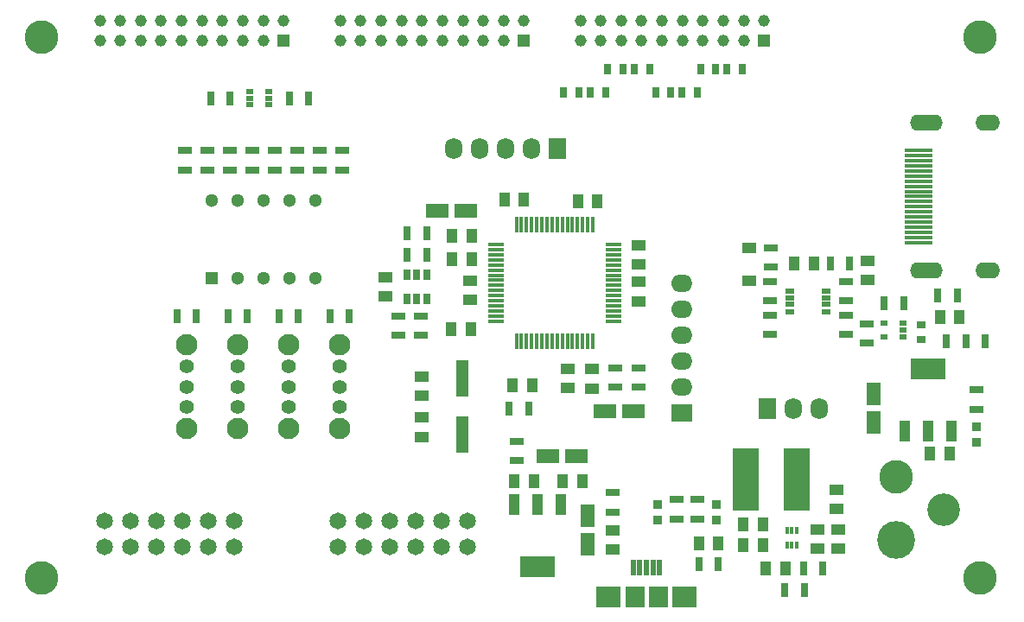
<source format=gts>
G04*
G04 #@! TF.GenerationSoftware,Altium Limited,Altium Designer,25.2.1 (25)*
G04*
G04 Layer_Color=8388736*
%FSLAX25Y25*%
%MOIN*%
G70*
G04*
G04 #@! TF.SameCoordinates,382838D2-828E-4769-9F82-A9EE904C746A*
G04*
G04*
G04 #@! TF.FilePolarity,Negative*
G04*
G01*
G75*
%ADD42R,0.02756X0.03937*%
%ADD43R,0.05512X0.03937*%
%ADD44R,0.09843X0.24016*%
%ADD45R,0.05118X0.14173*%
%ADD46R,0.04134X0.07874*%
%ADD47R,0.13189X0.07874*%
%ADD48R,0.01575X0.03032*%
%ADD49R,0.02756X0.02047*%
%ADD50R,0.03150X0.04331*%
%ADD51R,0.06201X0.01575*%
%ADD52R,0.01575X0.06201*%
%ADD53R,0.03543X0.02756*%
%ADD54R,0.03150X0.05512*%
%ADD55R,0.05512X0.03150*%
%ADD56R,0.03543X0.03543*%
%ADD57R,0.03543X0.03543*%
%ADD58R,0.10630X0.01496*%
%ADD59R,0.01968X0.05906*%
%ADD60R,0.09449X0.07874*%
%ADD61R,0.07480X0.07874*%
%ADD62R,0.05197X0.03976*%
%ADD63R,0.05709X0.09055*%
%ADD64R,0.03937X0.05512*%
%ADD65R,0.09055X0.05709*%
%ADD66R,0.03740X0.02362*%
%ADD67R,0.03740X0.01968*%
%ADD68C,0.05512*%
%ADD69C,0.08268*%
%ADD70C,0.14567*%
%ADD71C,0.12992*%
%ADD72C,0.12598*%
%ADD73C,0.04528*%
%ADD74R,0.04528X0.04528*%
%ADD75O,0.06693X0.08268*%
%ADD76R,0.06693X0.08268*%
%ADD77O,0.12598X0.06299*%
%ADD78O,0.09449X0.06299*%
%ADD79C,0.06496*%
%ADD80O,0.08268X0.06693*%
%ADD81R,0.08268X0.06693*%
%ADD82C,0.05118*%
%ADD83R,0.05118X0.05118*%
D42*
X217323Y203150D02*
D03*
X223228D02*
D03*
X233465D02*
D03*
X227559D02*
D03*
X234252Y212205D02*
D03*
X240158D02*
D03*
X250394D02*
D03*
X244488D02*
D03*
X252756Y203150D02*
D03*
X258661D02*
D03*
X268898D02*
D03*
X262992D02*
D03*
X270079Y212205D02*
D03*
X275984D02*
D03*
X286221D02*
D03*
X280315D02*
D03*
D43*
X148524Y131949D02*
D03*
Y124469D02*
D03*
X315158Y34606D02*
D03*
Y27126D02*
D03*
X323031Y34606D02*
D03*
Y27126D02*
D03*
X236024Y34213D02*
D03*
Y26732D02*
D03*
X246161Y122500D02*
D03*
Y129980D02*
D03*
Y144153D02*
D03*
Y136673D02*
D03*
X181201Y130571D02*
D03*
Y123091D02*
D03*
X228051Y96319D02*
D03*
Y88839D02*
D03*
X322638Y42480D02*
D03*
Y49961D02*
D03*
X334449Y138150D02*
D03*
Y130669D02*
D03*
X162402Y77756D02*
D03*
Y70276D02*
D03*
Y86024D02*
D03*
Y93504D02*
D03*
X218996Y96516D02*
D03*
Y89035D02*
D03*
D44*
X307283Y53701D02*
D03*
X287598D02*
D03*
D45*
X178150Y71063D02*
D03*
Y92716D02*
D03*
D46*
X348721Y72500D02*
D03*
X357776D02*
D03*
X366831D02*
D03*
X216339Y44153D02*
D03*
X207283D02*
D03*
X198228D02*
D03*
D47*
X357776Y96516D02*
D03*
X207283Y20138D02*
D03*
D48*
X303346Y28346D02*
D03*
X305315D02*
D03*
X307283D02*
D03*
X303346Y34173D02*
D03*
X305315D02*
D03*
X307283D02*
D03*
D49*
X340846Y114035D02*
D03*
Y108917D02*
D03*
X348327Y114035D02*
D03*
Y111476D02*
D03*
Y108917D02*
D03*
X96063Y203504D02*
D03*
Y200945D02*
D03*
Y198386D02*
D03*
X103543Y203504D02*
D03*
Y200945D02*
D03*
Y198386D02*
D03*
D50*
X156890Y123386D02*
D03*
X160630D02*
D03*
X164370D02*
D03*
X156890Y132835D02*
D03*
X160630D02*
D03*
X164370D02*
D03*
D51*
X191189Y114921D02*
D03*
Y116890D02*
D03*
Y118858D02*
D03*
Y120827D02*
D03*
Y122795D02*
D03*
Y124764D02*
D03*
Y126732D02*
D03*
Y128701D02*
D03*
Y130669D02*
D03*
Y132638D02*
D03*
Y134606D02*
D03*
Y136575D02*
D03*
Y138543D02*
D03*
Y140512D02*
D03*
Y142480D02*
D03*
Y144449D02*
D03*
X236370D02*
D03*
Y142480D02*
D03*
Y140512D02*
D03*
Y138543D02*
D03*
Y136575D02*
D03*
Y134606D02*
D03*
Y132638D02*
D03*
Y130669D02*
D03*
Y128701D02*
D03*
Y126732D02*
D03*
Y124764D02*
D03*
Y122795D02*
D03*
Y120827D02*
D03*
Y118858D02*
D03*
Y116890D02*
D03*
Y114921D02*
D03*
D52*
X199016Y152276D02*
D03*
X200984D02*
D03*
X202953D02*
D03*
X204921D02*
D03*
X206890D02*
D03*
X208858D02*
D03*
X210827D02*
D03*
X212795D02*
D03*
X214764D02*
D03*
X216732D02*
D03*
X218701D02*
D03*
X220669D02*
D03*
X222638D02*
D03*
X224606D02*
D03*
X226575D02*
D03*
X228543D02*
D03*
Y107095D02*
D03*
X226575D02*
D03*
X224606D02*
D03*
X222638D02*
D03*
X220669D02*
D03*
X218701D02*
D03*
X216732D02*
D03*
X214764D02*
D03*
X212795D02*
D03*
X210827D02*
D03*
X208858D02*
D03*
X206890D02*
D03*
X204921D02*
D03*
X202953D02*
D03*
X200984D02*
D03*
X199016D02*
D03*
D53*
X355020Y107874D02*
D03*
Y113386D02*
D03*
D54*
X364961Y107244D02*
D03*
X372441D02*
D03*
X372441D02*
D03*
X379921D02*
D03*
X309842Y19449D02*
D03*
X317323D02*
D03*
X302559Y11181D02*
D03*
X310039D02*
D03*
X118898Y200945D02*
D03*
X111417D02*
D03*
X81102D02*
D03*
X88583D02*
D03*
X369094Y124961D02*
D03*
X361614D02*
D03*
X348425Y121653D02*
D03*
X340945D02*
D03*
X327559Y137165D02*
D03*
X320079D02*
D03*
X68110Y116693D02*
D03*
X75590D02*
D03*
X87795D02*
D03*
X95276D02*
D03*
X107480D02*
D03*
X114961D02*
D03*
X127165D02*
D03*
X134646D02*
D03*
X156890Y140551D02*
D03*
X164370D02*
D03*
X164370Y148819D02*
D03*
X156890D02*
D03*
X269488Y21024D02*
D03*
X276969D02*
D03*
X203701Y81201D02*
D03*
X196221D02*
D03*
D55*
X376476Y88346D02*
D03*
Y80866D02*
D03*
X334252Y106457D02*
D03*
Y113937D02*
D03*
X131693Y173189D02*
D03*
Y180669D02*
D03*
X123031Y173189D02*
D03*
Y180669D02*
D03*
X79724Y173189D02*
D03*
Y180669D02*
D03*
X71063Y173189D02*
D03*
Y180669D02*
D03*
X88386Y173189D02*
D03*
Y180669D02*
D03*
X105709Y173189D02*
D03*
Y180669D02*
D03*
X297047Y135787D02*
D03*
Y143268D02*
D03*
X97047Y173189D02*
D03*
Y180669D02*
D03*
X326083Y109803D02*
D03*
Y117283D02*
D03*
Y130276D02*
D03*
Y122795D02*
D03*
X296949Y109803D02*
D03*
Y117283D02*
D03*
Y130276D02*
D03*
Y122795D02*
D03*
X114370Y173189D02*
D03*
Y180669D02*
D03*
X260961Y46024D02*
D03*
Y38543D02*
D03*
X268835Y46024D02*
D03*
Y38543D02*
D03*
X237106Y96909D02*
D03*
Y89429D02*
D03*
X153445Y109409D02*
D03*
Y116890D02*
D03*
X162205Y109409D02*
D03*
Y116890D02*
D03*
X236024Y48779D02*
D03*
Y41299D02*
D03*
X199016Y68465D02*
D03*
Y60984D02*
D03*
X246161Y89429D02*
D03*
Y96909D02*
D03*
D56*
X376476Y74173D02*
D03*
X253480Y38248D02*
D03*
X276315D02*
D03*
D57*
X376476Y68268D02*
D03*
X253480Y44154D02*
D03*
X276315D02*
D03*
D58*
X354291Y180709D02*
D03*
Y178740D02*
D03*
Y176772D02*
D03*
Y174803D02*
D03*
Y172835D02*
D03*
Y170866D02*
D03*
Y168898D02*
D03*
Y166929D02*
D03*
Y164961D02*
D03*
Y162992D02*
D03*
Y161024D02*
D03*
Y159055D02*
D03*
Y157087D02*
D03*
Y155118D02*
D03*
Y153150D02*
D03*
Y151181D02*
D03*
Y149213D02*
D03*
Y147244D02*
D03*
Y145276D02*
D03*
D59*
X244094Y19685D02*
D03*
X246654D02*
D03*
X249213D02*
D03*
X251772D02*
D03*
X254331D02*
D03*
D60*
X234449Y8465D02*
D03*
X263976D02*
D03*
D61*
X244685D02*
D03*
X253740D02*
D03*
D62*
X288976Y143307D02*
D03*
Y130433D02*
D03*
D63*
X336811Y75709D02*
D03*
Y86811D02*
D03*
X226575Y39961D02*
D03*
Y28858D02*
D03*
D64*
X286614Y28504D02*
D03*
X294094D02*
D03*
X286614Y36378D02*
D03*
X294094D02*
D03*
X181791Y147795D02*
D03*
X174311D02*
D03*
X216929Y53307D02*
D03*
X224410D02*
D03*
X181791Y138740D02*
D03*
X174311D02*
D03*
X201870Y161673D02*
D03*
X194390D02*
D03*
X222736Y161279D02*
D03*
X230217D02*
D03*
X181398Y111673D02*
D03*
X173917D02*
D03*
X302756Y19449D02*
D03*
X295276D02*
D03*
X198228Y53307D02*
D03*
X205709D02*
D03*
X366142Y63937D02*
D03*
X358661D02*
D03*
X369882Y116378D02*
D03*
X362402D02*
D03*
X313779Y137165D02*
D03*
X306299D02*
D03*
X269488Y29291D02*
D03*
X276969D02*
D03*
X197638Y90158D02*
D03*
X205118D02*
D03*
D65*
X179665Y157343D02*
D03*
X168563D02*
D03*
X244193Y80177D02*
D03*
X233091D02*
D03*
X211181Y62756D02*
D03*
X222284D02*
D03*
D66*
X304429Y126634D02*
D03*
Y118563D02*
D03*
X318602Y126634D02*
D03*
Y118563D02*
D03*
D67*
X304429Y123878D02*
D03*
Y121319D02*
D03*
X318602Y123878D02*
D03*
Y121319D02*
D03*
D68*
X71850Y89527D02*
D03*
Y81653D02*
D03*
Y97401D02*
D03*
X130905Y89527D02*
D03*
Y81653D02*
D03*
Y97401D02*
D03*
X111221D02*
D03*
Y81653D02*
D03*
Y89527D02*
D03*
X91535Y97401D02*
D03*
Y81653D02*
D03*
Y89527D02*
D03*
D69*
X71850Y105669D02*
D03*
Y73386D02*
D03*
X130905Y105669D02*
D03*
Y73386D02*
D03*
X111221D02*
D03*
Y105669D02*
D03*
X91535Y73386D02*
D03*
Y105669D02*
D03*
D70*
X345472Y30315D02*
D03*
D71*
Y54724D02*
D03*
X377953Y15748D02*
D03*
X15748D02*
D03*
Y224410D02*
D03*
X377953D02*
D03*
D72*
X363976Y42126D02*
D03*
D73*
X131103Y222992D02*
D03*
X138977D02*
D03*
X146851D02*
D03*
X154725D02*
D03*
X162599D02*
D03*
X170473D02*
D03*
X178347D02*
D03*
X186221D02*
D03*
X194095D02*
D03*
X131103Y230866D02*
D03*
X138977D02*
D03*
X146851D02*
D03*
X154725D02*
D03*
X162599D02*
D03*
X170473D02*
D03*
X178347D02*
D03*
X186221D02*
D03*
X194095D02*
D03*
X201969D02*
D03*
X109252D02*
D03*
X101378D02*
D03*
X93504D02*
D03*
X85630D02*
D03*
X77756D02*
D03*
X69882D02*
D03*
X62008D02*
D03*
X54134D02*
D03*
X46260D02*
D03*
X38386D02*
D03*
X101378Y222992D02*
D03*
X93504D02*
D03*
X85630D02*
D03*
X77756D02*
D03*
X69882D02*
D03*
X62008D02*
D03*
X54134D02*
D03*
X46260D02*
D03*
X38386D02*
D03*
X223720D02*
D03*
X231594D02*
D03*
X239468D02*
D03*
X247342D02*
D03*
X255216D02*
D03*
X263090D02*
D03*
X270964D02*
D03*
X278838D02*
D03*
X286713D02*
D03*
X223720Y230866D02*
D03*
X231594D02*
D03*
X239468D02*
D03*
X247342D02*
D03*
X255216D02*
D03*
X263090D02*
D03*
X270964D02*
D03*
X278838D02*
D03*
X286713D02*
D03*
X294586D02*
D03*
D74*
X201969Y222992D02*
D03*
X109252D02*
D03*
X294586D02*
D03*
D75*
X315709Y81260D02*
D03*
X305709D02*
D03*
X204921Y181496D02*
D03*
X194921D02*
D03*
X184921D02*
D03*
X174921D02*
D03*
D76*
X295709Y81260D02*
D03*
X214921Y181496D02*
D03*
D77*
X357283Y191535D02*
D03*
Y134449D02*
D03*
D78*
X380748Y191535D02*
D03*
Y134449D02*
D03*
D79*
X40146Y37780D02*
D03*
Y27779D02*
D03*
X50146Y37780D02*
D03*
Y27779D02*
D03*
X60146Y37780D02*
D03*
Y27779D02*
D03*
X70146Y37780D02*
D03*
Y27779D02*
D03*
X80146Y37780D02*
D03*
Y27779D02*
D03*
X90146Y37780D02*
D03*
Y27779D02*
D03*
X130146Y37780D02*
D03*
Y27779D02*
D03*
X140146Y37780D02*
D03*
Y27779D02*
D03*
X150146Y37780D02*
D03*
Y27779D02*
D03*
X160146Y37780D02*
D03*
Y27779D02*
D03*
X170146Y37780D02*
D03*
Y27779D02*
D03*
X180146Y37780D02*
D03*
Y27779D02*
D03*
D80*
X262795Y129449D02*
D03*
Y89449D02*
D03*
Y99449D02*
D03*
Y109449D02*
D03*
Y119449D02*
D03*
D81*
Y79449D02*
D03*
D82*
X121378Y161575D02*
D03*
X111378D02*
D03*
X101378D02*
D03*
X91378D02*
D03*
X81378D02*
D03*
X121378Y131575D02*
D03*
X111378D02*
D03*
X101378D02*
D03*
X91378D02*
D03*
D83*
X81378D02*
D03*
M02*

</source>
